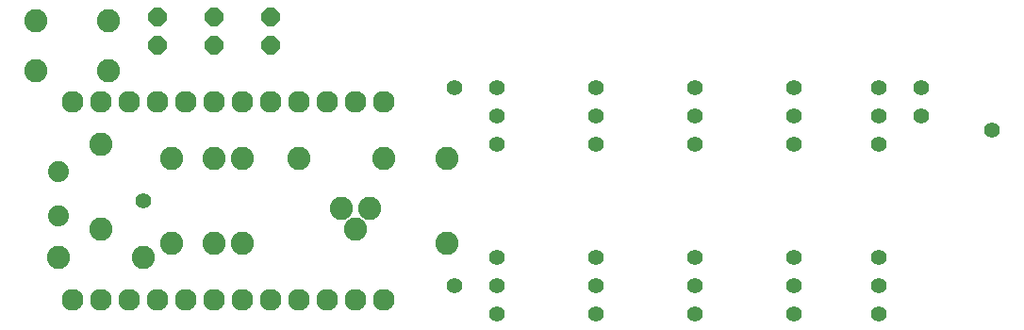
<source format=gbs>
G75*
%MOIN*%
%OFA0B0*%
%FSLAX24Y24*%
%IPPOS*%
%LPD*%
%AMOC8*
5,1,8,0,0,1.08239X$1,22.5*
%
%ADD10C,0.0770*%
%ADD11C,0.0820*%
%ADD12C,0.0740*%
%ADD13OC8,0.0640*%
%ADD14C,0.0556*%
D10*
X002600Y001680D03*
X003600Y001680D03*
X004600Y001680D03*
X005600Y001680D03*
X006600Y001680D03*
X007600Y001680D03*
X008600Y001680D03*
X009600Y001680D03*
X010600Y001680D03*
X011600Y001680D03*
X012600Y001680D03*
X013600Y001680D03*
X013600Y008680D03*
X012600Y008680D03*
X011600Y008680D03*
X010600Y008680D03*
X009600Y008680D03*
X008600Y008680D03*
X007600Y008680D03*
X006600Y008680D03*
X005600Y008680D03*
X004600Y008680D03*
X003600Y008680D03*
X002600Y008680D03*
D11*
X001320Y009790D03*
X003880Y009790D03*
X003880Y011570D03*
X001320Y011570D03*
X003600Y007180D03*
X006100Y006680D03*
X007600Y006680D03*
X008600Y006680D03*
X010600Y006680D03*
X013600Y006680D03*
X015850Y006680D03*
X013100Y004930D03*
X012100Y004930D03*
X012600Y004180D03*
X015850Y003680D03*
X008600Y003680D03*
X007600Y003680D03*
X006100Y003680D03*
X005100Y003180D03*
X003600Y004180D03*
X002100Y003180D03*
D12*
X002100Y004643D03*
X002100Y006217D03*
D13*
X005600Y010680D03*
X007600Y010680D03*
X009600Y010680D03*
X009600Y011680D03*
X007600Y011680D03*
X005600Y011680D03*
D14*
X016100Y009180D03*
X017600Y009180D03*
X017600Y008180D03*
X017600Y007180D03*
X021100Y007180D03*
X021100Y008180D03*
X021100Y009180D03*
X024600Y009180D03*
X024600Y008180D03*
X024600Y007180D03*
X028100Y007180D03*
X028100Y008180D03*
X028100Y009180D03*
X031100Y009180D03*
X032600Y009180D03*
X032600Y008180D03*
X031100Y008180D03*
X031100Y007180D03*
X035100Y007680D03*
X031100Y003180D03*
X031100Y002180D03*
X031100Y001180D03*
X028100Y001180D03*
X028100Y002180D03*
X028100Y003180D03*
X024600Y003180D03*
X024600Y002180D03*
X024600Y001180D03*
X021100Y001180D03*
X021100Y002180D03*
X021100Y003180D03*
X017600Y003180D03*
X017600Y002180D03*
X016100Y002180D03*
X017600Y001180D03*
X005100Y005180D03*
M02*

</source>
